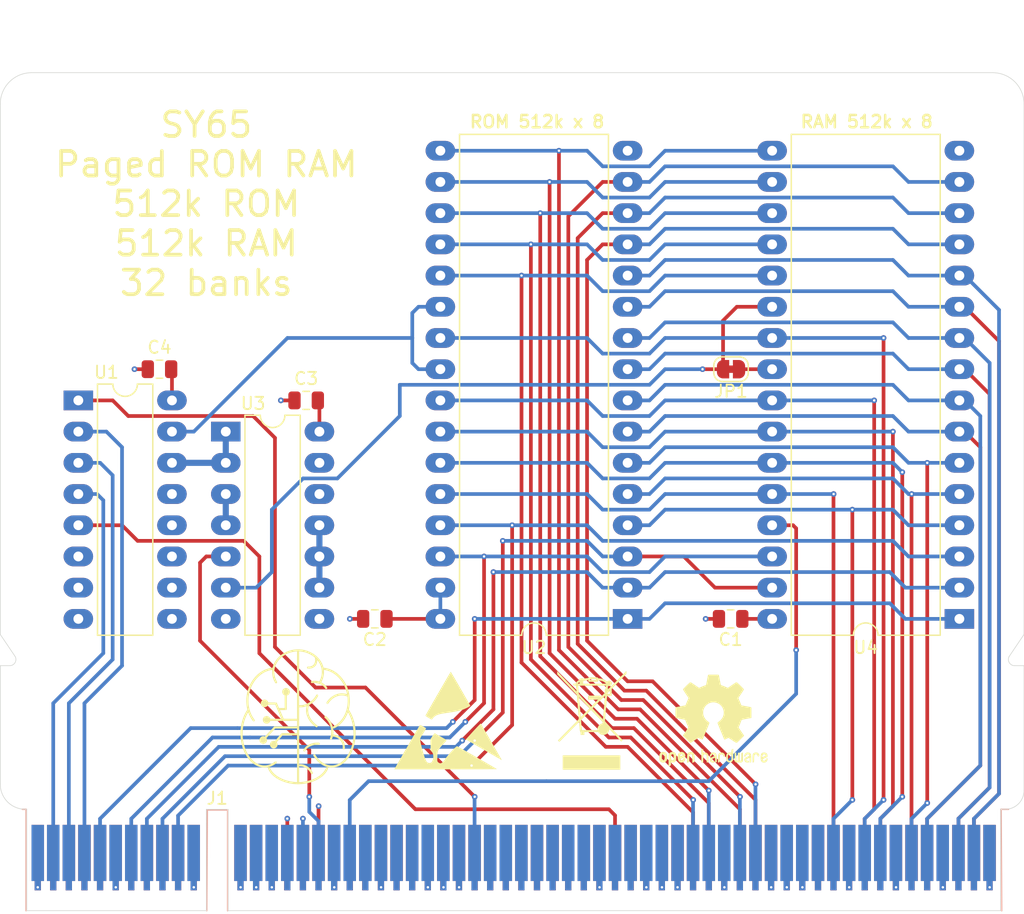
<source format=kicad_pcb>
(kicad_pcb (version 20240108) (generator "pcbnew") (generator_version "8.0")
  (layers (0 "F.Cu" signal) (1 "In1.Cu" power) (2 "In2.Cu" power) (31 "B.Cu" signal) (34 "B.Paste" user) (35 "F.Paste" user) (36 "B.SilkS" user "B.Silkscreen") (37 "F.SilkS" user "F.Silkscreen") (38 "B.Mask" user) (39 "F.Mask" user) (44 "Edge.Cuts" user))
  (net 0 "")
  (net 1 "+5V")
  (net 2 "GND")
  (net 3 "/RAM_3")
  (net 4 "/R{slash}~{W}")
  (net 5 "/ROM_2")
  (net 6 "/~{IRQ_4}")
  (net 7 "/D6")
  (net 8 "/A5")
  (net 9 "/ROM_5")
  (net 10 "/E")
  (net 11 "/~{IO}")
  (net 12 "/~{RDY}")
  (net 13 "/A6")
  (net 14 "/RAM_1")
  (net 15 "/D3")
  (net 16 "/RAM_4")
  (net 17 "/~{IRQ}")
  (net 18 "/~{L_RAM}")
  (net 19 "/A14")
  (net 20 "/SYNC_VPA")
  (net 21 "/M{slash}X")
  (net 22 "/CLK")
  (net 23 "/~{IRQ_0.4}")
  (net 24 "/~{IRQ_0.7}")
  (net 25 "/D4")
  (net 26 "+9V")
  (net 27 "/~{IRQ_0}")
  (net 28 "/D7")
  (net 29 "/A15")
  (net 30 "/A10")
  (net 31 "/A1")
  (net 32 "/~{NMI}")
  (net 33 "/RAM_2")
  (net 34 "/Ø2{slash}VDA")
  (net 35 "/ROM_6")
  (net 36 "/ROM_1")
  (net 37 "/~{IRQ_0.3}")
  (net 38 "/~{IRQ_1}")
  (net 39 "/ROM_0")
  (net 40 "/A7")
  (net 41 "/PAGE")
  (net 42 "/A9")
  (net 43 "/RAM_5")
  (net 44 "/~{IRQ_2}")
  (net 45 "/RAM_7")
  (net 46 "/~{IRQ_0.0}")
  (net 47 "/D1")
  (net 48 "/~{H_RAM}")
  (net 49 "/~{IRQ_0.1}")
  (net 50 "/D0")
  (net 51 "/A2")
  (net 52 "/RAM_0")
  (net 53 "/D2")
  (net 54 "/A12")
  (net 55 "/~{IRQ_0.5}")
  (net 56 "/~{RES}")
  (net 57 "/ROM_7")
  (net 58 "/~{BE}")
  (net 59 "/ROM_4")
  (net 60 "/~{IRQ_0.2}")
  (net 61 "/~{VP}")
  (net 62 "/A3")
  (net 63 "/~{ROM}")
  (net 64 "/D5")
  (net 65 "/~{IRQ_3}")
  (net 66 "/A13")
  (net 67 "/A4")
  (net 68 "/~{IRQ_0.6}")
  (net 69 "/RAM_6")
  (net 70 "/A11")
  (net 71 "/A0")
  (net 72 "/A8")
  (net 73 "/ROM_3")
  (net 74 "/~{ML}")
  (net 75 "Net-(JP1-A)")
  (net 76 "Net-(JP1-B)")
  (net 78 "/~{PAGE_RAM}")
  (net 83 "/~{PAGE_ROM}")
  (net 85 "/PAGE_RAM")
  (net 86 "Net-(U3-Pad10)")
  (footprint "Package_DIP:DIP-16_W7.62mm_LongPads" (layer "F.Cu") (at 125.222 72.39)
    (property "Reference" "U1")
    (property "Value" "74HC138")
  )
  (footprint "Capacitor_SMD:C_0805_2012Metric" (layer "F.Cu") (at 178.308 90.17 180)
    (property "Reference" "C1")
    (property "Value" "100n")
  )
  (footprint "Capacitor_SMD:C_0805_2012Metric" (layer "F.Cu") (at 131.826 69.85 180)
    (property "Reference" "C4")
    (property "Value" "100n")
  )
  (footprint "Jumper:SolderJumper-2_P1.3mm_Bridged_RoundedPad1.0x1.5mm" (layer "F.Cu") (at 178.3428 69.85 180)
    (property "Reference" "JP1")
    (property "Value" "OE_H")
  )
  (footprint "Symbol:WEEE-Logo_5.6x8mm_SilkScreen" (layer "F.Cu") (at 167.005 98.425)
    (property "Reference" "REF**" (hide yes))
    (property "Value" "WEEE-Logo_5.6x8mm_SilkScreen" (hide yes))
  )
  (footprint "Eigene:logo" (layer "F.Cu") (at 143.129 98.171)
    (property "Reference" "G***" (hide yes))
    (property "Value" "LOGO" (hide yes))
  )
  (footprint "Capacitor_SMD:C_0805_2012Metric" (layer "F.Cu") (at 149.352 90.17 180)
    (property "Reference" "C2")
    (property "Value" "100n")
  )
  (footprint "Symbol:ESD-Logo_8.9x8mm_SilkScreen" (layer "F.Cu") (at 155.321 98.425)
    (property "Reference" "REF**" (hide yes))
    (property "Value" "ESD-Logo_8.9x8mm_SilkScreen" (hide yes))
  )
  (footprint "Package_DIP:DIP-32_W15.24mm_LongPads" (layer "F.Cu") (at 169.926 90.17 180)
    (property "Reference" "U2")
    (property "Value" "SST39SF040")
  )
  (footprint "Capacitor_SMD:C_0805_2012Metric" (layer "F.Cu") (at 143.764 72.39 180)
    (property "Reference" "C3")
    (property "Value" "100n")
  )
  (footprint "Package_DIP:DIP-14_W7.62mm_LongPads" (layer "F.Cu") (at 137.222 74.93)
    (property "Reference" "U3")
    (property "Value" "74HC00")
  )
  (footprint "Symbol:OSHW-Logo2_9.8x8mm_SilkScreen" (layer "F.Cu") (at 176.911 98.425)
    (property "Reference" "REF**" (hide yes))
    (property "Value" "OSHW-Logo2_9.8x8mm_SilkScreen" (hide yes))
  )
  (footprint "Package_DIP:DIP-32_W15.24mm_LongPads" (layer "F.Cu") (at 196.926 90.17 180)
    (property "Reference" "U4")
    (property "Value" "AS6C4008-55PCN")
  )
  (footprint "Connector_PCBEdge:BUS_PCI" (layer "B.Cu") (at 160.65 110.55 180)
    (property "Reference" "J1")
    (property "Value" "Bus_PCI_6502")
  )
  (gr_arc (start 120.088369 93.244815) (mid 120.066132 93.739072) (end 119.634 93.98) (stroke (width 0.05)) (layer "Edge.Cuts"))
  (gr_arc (start 201.422 93.98) (mid 200.989868 93.739071) (end 200.967631 93.244815) (stroke (width 0.05)) (layer "Edge.Cuts"))
  (gr_line (start 202.184 91.44) (end 202.184 48.26) (stroke (width 0.05)) (layer "Edge.Cuts"))
  (gr_line (start 121.412 45.72) (end 199.644 45.72) (stroke (width 0.05)) (layer "Edge.Cuts"))
  (gr_arc (start 202.184 104.14) (mid 201.737631 105.217631) (end 200.66 105.664) (stroke (width 0.05)) (layer "Edge.Cuts"))
  (gr_arc (start 118.872 48.26) (mid 119.615949 46.463949) (end 121.412 45.72) (stroke (width 0.05)) (layer "Edge.Cuts"))
  (gr_line (start 202.184 93.98) (end 202.184 104.14) (stroke (width 0.05)) (layer "Edge.Cuts"))
  (gr_line (start 135.636 113.919) (end 135.636 105.664) (stroke (width 0.05)) (layer "Edge.Cuts"))
  (gr_line (start 135.636 105.664) (end 137.414 105.664) (stroke (width 0.05)) (layer "Edge.Cuts"))
  (gr_line (start 200.967631 93.244815) (end 202.184 91.44) (stroke (width 0.05)) (layer "Edge.Cuts"))
  (gr_line (start 119.634 93.98) (end 118.872 93.98) (stroke (width 0.05)) (layer "Edge.Cuts"))
  (gr_line (start 121.031 113.919) (end 135.636 113.919) (stroke (width 0.05)) (layer "Edge.Cuts"))
  (gr_arc (start 120.904 105.664) (mid 119.467159 105.068841) (end 118.872 103.632) (stroke (width 0.05)) (layer "Edge.Cuts"))
  (gr_line (start 137.414 113.919) (end 200.279 113.919) (stroke (width 0.05)) (layer "Edge.Cuts"))
  (gr_line (start 202.184 93.98) (end 201.422 93.98) (stroke (width 0.05)) (layer "Edge.Cuts"))
  (gr_line (start 120.904 105.664) (end 121.031 105.664) (stroke (width 0.05)) (layer "Edge.Cuts"))
  (gr_arc (start 199.644 45.72) (mid 201.440051 46.463949) (end 202.184 48.26) (stroke (width 0.05)) (layer "Edge.Cuts"))
  (gr_line (start 200.279 113.919) (end 200.279 105.664) (stroke (width 0.05)) (layer "Edge.Cuts"))
  (gr_line (start 137.414 105.664) (end 137.414 113.919) (stroke (width 0.05)) (layer "Edge.Cuts"))
  (gr_line (start 118.872 91.44) (end 120.088369 93.244815) (stroke (width 0.05)) (layer "Edge.Cuts"))
  (gr_line (start 200.279 105.664) (end 200.66 105.664) (stroke (width 0.05)) (layer "Edge.Cuts"))
  (gr_line (start 118.872 91.44) (end 118.872 48.26) (stroke (width 0.05)) (layer "Edge.Cuts"))
  (gr_line (start 121.031 105.664) (end 121.031 113.919) (stroke (width 0.05)) (layer "Edge.Cuts"))
  (gr_line (start 118.872 103.632) (end 118.872 93.98) (stroke (width 0.05)) (layer "Edge.Cuts"))
  (gr_text "ROM 512k x 8" (at 156.972 50.292 0) (layer "F.SilkS") (effects (font (size 1 1) (thickness 0.2) (bold yes)) (justify left bottom)))
  (gr_text "RAM 512k x 8" (at 183.896 50.292 0) (layer "F.SilkS") (effects (font (size 1 1) (thickness 0.2) (bold yes)) (justify left bottom)))
  (gr_text "SY65\nPaged ROM RAM\n512k ROM\n512k RAM\n32 banks" (at 135.636 64.008 0) (layer "F.SilkS") (effects (font (size 2 2) (thickness 0.3)) (justify bottom)))
  (segment (start 132.842 69.916) (end 132.776 69.85) (width 0.3) (layer "F.Cu") (net 1))
  (segment (start 144.842 72.518) (end 144.714 72.39) (width 0.3) (layer "F.Cu") (net 1))
  (segment (start 132.842 72.39) (end 132.842 69.916) (width 0.3) (layer "F.Cu") (net 1))
  (segment (start 179.258 90.17) (end 181.686 90.17) (width 0.3) (layer "F.Cu") (net 1))
  (segment (start 150.302 90.17) (end 154.686 90.17) (width 0.3) (layer "F.Cu") (net 1))
  (segment (start 144.842 74.93) (end 144.842 72.518) (width 0.3) (layer "F.Cu") (net 1))
  (via (at 172.72 112.014) (size 0.46) (drill 0.2) (layers "F.Cu" "B.Cu") (net 1))
  (via (at 182.88 112.014) (size 0.46) (drill 0.2) (layers "F.Cu" "B.Cu") (net 1))
  (via (at 154.94 112.014) (size 0.46) (drill 0.2) (layers "F.Cu" "B.Cu") (net 1))
  (via (at 140.97 112.014) (size 0.46) (drill 0.2) (layers "F.Cu" "B.Cu") (net 1))
  (segment (start 154.686 87.63) (end 154.686 90.17) (width 0.3) (layer "B.Cu") (net 1))
  (segment (start 148.402 90.17) (end 147.32 90.17) (width 0.3) (layer "F.Cu") (net 2))
  (segment (start 177.358 90.17) (end 176.276 90.17) (width 0.3) (layer "F.Cu") (net 2))
  (segment (start 142.23 106.426) (end 142.23 109.22) (width 0.3) (layer "F.Cu") (net 2))
  (segment (start 142.814 72.39) (end 141.705 72.39) (width 0.3) (layer "F.Cu") (net 2))
  (segment (start 144.77 105.42) (end 144.78 105.41) (width 0.3) (layer "F.Cu") (net 2))
  (segment (start 130.876 69.85) (end 129.794 69.85) (width 0.3) (layer "F.Cu") (net 2))
  (segment (start 144.77 109.22) (end 144.77 105.42) (width 0.3) (layer "F.Cu") (net 2))
  (via (at 139.7 112.014) (size 0.46) (drill 0.2) (layers "F.Cu" "B.Cu") (net 2))
  (via (at 171.45 112.014) (size 0.46) (drill 0.2) (layers "F.Cu" "B.Cu") (net 2))
  (via (at 181.61 112.014) (size 0.46) (drill 0.2) (layers "F.Cu" "B.Cu") (net 2))
  (via (at 147.32 90.17) (size 0.46) (drill 0.2) (layers "F.Cu" "B.Cu") (net 2))
  (via (at 128.27 112.014) (size 0.46) (drill 0.2) (layers "F.Cu" "B.Cu") (net 2))
  (via (at 149.86 112.014) (size 0.46) (drill 0.2) (layers "F.Cu" "B.Cu") (net 2))
  (via (at 191.77 112.014) (size 0.46) (drill 0.2) (layers "F.Cu" "B.Cu") (net 2))
  (via (at 187.96 112.014) (size 0.46) (drill 0.2) (layers "F.Cu" "B.Cu") (net 2))
  (via (at 121.92 112.014) (size 0.46) (drill 0.2) (layers "F.Cu" "B.Cu") (net 2))
  (via (at 184.15 112.014) (size 0.46) (drill 0.2) (layers "F.Cu" "B.Cu") (net 2))
  (via (at 156.21 112.014) (size 0.46) (drill 0.2) (layers "F.Cu" "B.Cu") (net 2))
  (via (at 195.58 112.014) (size 0.46) (drill 0.2) (layers "F.Cu" "B.Cu") (net 2))
  (via (at 141.705 72.39) (size 0.46) (drill 0.2) (layers "F.Cu" "B.Cu") (net 2))
  (via (at 153.67 112.014) (size 0.46) (drill 0.2) (layers "F.Cu" "B.Cu") (net 2))
  (via (at 146.05 112.014) (size 0.46) (drill 0.2) (layers "F.Cu" "B.Cu") (net 2))
  (via (at 177.8 112.014) (size 0.46) (drill 0.2) (layers "F.Cu" "B.Cu") (net 2))
  (via (at 144.78 105.41) (size 0.46) (drill 0.2) (layers "F.Cu" "B.Cu") (net 2))
  (via (at 134.62 112.014) (size 0.46) (drill 0.2) (layers "F.Cu" "B.Cu") (net 2))
  (via (at 173.99 112.014) (size 0.46) (drill 0.2) (layers "F.Cu" "B.Cu") (net 2))
  (via (at 167.64 112.014) (size 0.46) (drill 0.2) (layers "F.Cu" "B.Cu") (net 2))
  (via (at 176.276 90.17) (size 0.46) (drill 0.2) (layers "F.Cu" "B.Cu") (net 2))
  (via (at 199.39 112.014) (size 0.46) (drill 0.2) (layers "F.Cu" "B.Cu") (net 2))
  (via (at 129.794 69.85) (size 0.46) (drill 0.2) (layers "F.Cu" "B.Cu") (net 2))
  (via (at 143.5 106.426) (size 0.46) (drill 0.2) (layers "F.Cu" "B.Cu") (net 2))
  (via (at 142.23 106.426) (size 0.46) (drill 0.2) (layers "F.Cu" "B.Cu") (net 2))
  (segment (start 143.5 106.426) (end 143.5 109.22) (width 0.3) (layer "B.Cu") (net 2))
  (segment (start 183.642 92.71) (end 183.642 82.804) (width 0.3) (layer "F.Cu") (net 4))
  (segment (start 183.642 82.804) (end 183.388 82.55) (width 0.3) (layer "F.Cu") (net 4))
  (segment (start 183.388 82.55) (end 181.686 82.55) (width 0.3) (layer "F.Cu") (net 4))
  (via (at 183.642 92.71) (size 0.46) (drill 0.2) (layers "F.Cu" "B.Cu") (net 4))
  (segment (start 163.322 103.378) (end 176.53 103.378) (width 0.3) (layer "B.Cu") (net 4))
  (segment (start 148.336 103.886) (end 148.844 103.378) (width 0.3) (layer "B.Cu") (net 4))
  (segment (start 176.53 103.378) (end 181.356 98.552) (width 0.3) (layer "B.Cu") (net 4))
  (segment (start 147.31 104.912) (end 148.336 103.886) (width 0.3) (layer "B.Cu") (net 4))
  (segment (start 181.356 98.552) (end 183.642 96.266) (width 0.3) (layer "B.Cu") (net 4))
  (segment (start 148.844 103.378) (end 163.322 103.378) (width 0.3) (layer "B.Cu") (net 4))
  (segment (start 147.31 109.22) (end 147.31 104.912) (width 0.3) (layer "B.Cu") (net 4))
  (segment (start 183.642 96.266) (end 183.642 92.71) (width 0.3) (layer "B.Cu") (net 4))
  (segment (start 159.004 97.536) (end 156.464 100.076) (width 0.3) (layer "F.Cu") (net 5))
  (segment (start 159.004 86.36) (end 159.004 97.536) (width 0.3) (layer "F.Cu") (net 5))
  (via (at 156.464 100.076) (size 0.46) (drill 0.2) (layers "F.Cu" "B.Cu") (net 5))
  (via (at 159.004 86.36) (size 0.46) (drill 0.2) (layers "F.Cu" "B.Cu") (net 5))
  (segment (start 169.926 87.63) (end 171.704 87.63) (width 0.3) (layer "B.Cu") (net 5))
  (segment (start 159.004 86.36) (end 166.624 86.36) (width 0.3) (layer "B.Cu") (net 5))
  (segment (start 167.894 87.63) (end 169.926 87.63) (width 0.3) (layer "B.Cu") (net 5))
  (segment (start 192.532 87.63) (end 196.926 87.63) (width 0.3) (layer "B.Cu") (net 5))
  (segment (start 155.956 100.584) (end 156.464 100.076) (width 0.3) (layer "B.Cu") (net 5))
  (segment (start 130.8 106.436) (end 135.382 101.854) (width 0.3) (layer "B.Cu") (net 5))
  (segment (start 135.382 101.854) (end 136.652 100.584) (width 0.3) (layer "B.Cu") (net 5))
  (segment (start 130.8 109.22) (end 130.8 106.436) (width 0.3) (layer "B.Cu") (net 5))
  (segment (start 166.624 86.36) (end 167.894 87.63) (width 0.3) (layer "B.Cu") (net 5))
  (segment (start 172.974 86.36) (end 191.262 86.36) (width 0.3) (layer "B.Cu") (net 5))
  (segment (start 138.684 100.584) (end 155.956 100.584) (width 0.3) (layer "B.Cu") (net 5))
  (segment (start 136.652 100.584) (end 138.684 100.584) (width 0.3) (layer "B.Cu") (net 5))
  (segment (start 191.262 86.36) (end 192.532 87.63) (width 0.3) (layer "B.Cu") (net 5))
  (segment (start 171.704 87.63) (end 172.974 86.36) (width 0.3) (layer "B.Cu") (net 5))
  (segment (start 170.18 99.822) (end 175.26 104.902) (width 0.3) (layer "F.Cu") (net 7))
  (segment (start 162.052 59.69) (end 162.052 93.472) (width 0.3) (layer "F.Cu") (net 7))
  (segment (start 162.052 93.472) (end 168.402 99.822) (width 0.3) (layer "F.Cu") (net 7))
  (segment (start 168.402 99.822) (end 170.18 99.822) (width 0.3) (layer "F.Cu") (net 7))
  (via (at 175.26 104.902) (size 0.46) (drill 0.2) (layers "F.Cu" "B.Cu") (net 7))
  (via (at 162.052 59.69) (size 0.46) (drill 0.2) (layers "F.Cu" "B.Cu") (net 7))
  (segment (start 162.052 59.69) (end 166.624 59.69) (width 0.3) (layer "B.Cu") (net 7))
  (segment (start 154.686 59.69) (end 162.052 59.69) (width 0.3) (layer "B.Cu") (net 7))
  (segment (start 171.704 60.96) (end 172.974 59.69) (width 0.3) (layer "B.Cu") (net 7))
  (segment (start 172.974 59.69) (end 181.686 59.69) (width 0.3) (layer "B.Cu") (net 7))
  (segment (start 175.25 104.912) (end 175.26 104.902) (width 0.3) (layer "B.Cu") (net 7))
  (segment (start 175.25 109.22) (end 175.25 104.912) (width 0.3) (layer "B.Cu") (net 7))
  (segment (start 166.624 59.69) (end 167.894 60.96) (width 0.3) (layer "B.Cu") (net 7))
  (segment (start 167.894 60.96) (end 171.704 60.96) (width 0.3) (layer "B.Cu") (net 7))
  (segment (start 194.3 106.436) (end 198.628 102.108) (width 0.3) (layer "F.Cu") (net 8))
  (segment (start 197.358 74.93) (end 196.926 74.93) (width 0.3) (layer "F.Cu") (net 8))
  (segment (start 198.628 102.108) (end 198.628 76.2) (width 0.3) (layer "F.Cu") (net 8))
  (segment (start 198.628 76.2) (end 197.358 74.93) (width 0.3) (layer "F.Cu") (net 8))
  (segment (start 194.3 109.22) (end 194.3 106.436) (width 0.3) (layer "F.Cu") (net 8))
  (segment (start 192.786 74.93) (end 196.926 74.93) (width 0.3) (layer "B.Cu") (net 8))
  (segment (start 191.516 73.66) (end 192.786 74.93) (width 0.3) (layer "B.Cu") (net 8))
  (segment (start 172.974 73.66) (end 191.516 73.66) (width 0.3) (layer "B.Cu") (net 8))
  (segment (start 169.926 74.93) (end 171.704 74.93) (width 0.3) (layer "B.Cu") (net 8))
  (segment (start 171.704 74.93) (end 172.974 73.66) (width 0.3) (layer "B.Cu") (net 8))
  (segment (start 125.72 97.038) (end 128.778 93.98) (width 0.3) (layer "B.Cu") (net 9))
  (segment (start 128.778 76.2) (end 127.508 74.93) (width 0.3) (layer "B.Cu") (net 9))
  (segment (start 127.508 74.93) (end 125.222 74.93) (width 0.3) (layer "B.Cu") (net 9))
  (segment (start 128.778 93.98) (end 128.778 76.2) (width 0.3) (layer "B.Cu") (net 9))
  (segment (start 125.72 109.22) (end 125.72 97.038) (width 0.3) (layer "B.Cu") (net 9))
  (segment (start 194.31 105.156) (end 194.31 77.47) (width 0.3) (layer "F.Cu") (net 13))
  (via (at 194.31 105.156) (size 0.46) (drill 0.2) (layers "F.Cu" "B.Cu") (net 13))
  (via (at 194.31 77.47) (size 0.46) (drill 0.2) (layers "F.Cu" "B.Cu") (net 13))
  (segment (start 193.03 106.436) (end 194.31 105.156) (width 0.3) (layer "B.Cu") (net 13))
  (segment (start 171.704 77.47) (end 172.974 76.2) (width 0.3) (layer "B.Cu") (net 13))
  (segment (start 172.974 76.2) (end 191.516 76.2) (width 0.3) (layer "B.Cu") (net 13))
  (segment (start 194.31 77.47) (end 196.926 77.47) (width 0.3) (layer "B.Cu") (net 13))
  (segment (start 191.516 76.2) (end 192.786 77.47) (width 0.3) (layer "B.Cu") (net 13))
  (segment (start 192.786 77.47) (end 194.31 77.47) (width 0.3) (layer "B.Cu") (net 13))
  (segment (start 193.03 109.22) (end 193.03 106.436) (width 0.3) (layer "B.Cu") (net 13))
  (segment (start 169.926 77.47) (end 171.704 77.47) (width 0.3) (layer "B.Cu") (net 13))
  (segment (start 170.942 97.536) (end 179.06 105.654) (width 0.3) (layer "F.Cu") (net 15))
  (segment (start 164.338 52.07) (end 164.338 92.71) (width 0.3) (layer "F.Cu") (net 15))
  (segment (start 169.164 97.536) (end 170.942 97.536) (width 0.3) (layer "F.Cu") (net 15))
  (segment (start 164.338 92.71) (end 169.164 97.536) (width 0.3) (layer "F.Cu") (net 15))
  (segment (start 179.06 105.654) (end 179.06 109.22) (width 0.3) (layer "F.Cu") (net 15))
  (via (at 164.338 52.07) (size 0.46) (drill 0.2) (layers "F.Cu" "B.Cu") (net 15))
  (segment (start 171.704 53.34) (end 172.974 52.07) (width 0.3) (layer "B.Cu") (net 15))
  (segment (start 172.974 52.07) (end 181.686 52.07) (width 0.3) (layer "B.Cu") (net 15))
  (segment (start 166.624 52.07) (end 167.894 53.34) (width 0.3) (layer "B.Cu") (net 15))
  (segment (start 167.894 53.34) (end 171.704 53.34) (width 0.3) (layer "B.Cu") (net 15))
  (segment (start 164.338 52.07) (end 166.624 52.07) (width 0.3) (layer "B.Cu") (net 15))
  (segment (start 154.686 52.07) (end 164.338 52.07) (width 0.3) (layer "B.Cu") (net 15))
  (segment (start 135.636 85.09) (end 137.222 85.09) (width 0.3) (layer "F.Cu") (net 22))
  (segment (start 135.128 91.948) (end 135.128 85.598) (width 0.3) (layer "F.Cu") (net 22))
  (segment (start 135.128 85.598) (end 135.636 85.09) (width 0.3) (layer "F.Cu") (net 22))
  (segment (start 144.018 104.648) (end 144.018 100.838) (width 0.3) (layer "F.Cu") (net 22))
  (segment (start 144.018 100.838) (end 135.128 91.948) (width 0.3) (layer "F.Cu") (net 22))
  (via (at 144.018 104.648) (size 0.46) (drill 0.2) (layers "F.Cu" "B.Cu") (net 22))
  (segment (start 144.77 106.627122) (end 144.018 105.875122) (width 0.3) (layer "B.Cu") (net 22))
  (segment (start 144.77 109.22) (end 144.77 106.627122) (width 0.3) (layer "B.Cu") (net 22))
  (segment (start 144.018 105.875122) (end 144.018 104.648) (width 0.3) (layer "B.Cu") (net 22))
  (segment (start 163.576 54.61) (end 163.576 92.964) (width 0.3) (layer "F.Cu") (net 25))
  (segment (start 168.91 98.298) (end 170.688 98.298) (width 0.3) (layer "F.Cu") (net 25))
  (segment (start 170.688 98.298) (end 176.53 104.14) (width 0.3) (layer "F.Cu") (net 25))
  (segment (start 163.576 92.964) (end 168.91 98.298) (width 0.3) (layer "F.Cu") (net 25))
  (via (at 176.53 104.14) (size 0.46) (drill 0.2) (layers "F.Cu" "B.Cu") (net 25))
  (via (at 163.576 54.61) (size 0.46) (drill 0.2) (layers "F.Cu" "B.Cu") (net 25))
  (segment (start 163.576 54.61) (end 166.624 54.61) (width 0.3) (layer "B.Cu") (net 25))
  (segment (start 176.53 109.22) (end 176.53 104.14) (width 0.3) (layer "B.Cu") (net 25))
  (segment (start 172.974 54.61) (end 181.686 54.61) (width 0.3) (layer "B.Cu") (net 25))
  (segment (start 167.894 55.88) (end 171.704 55.88) (width 0.3) (layer "B.Cu") (net 25))
  (segment (start 154.686 54.61) (end 163.576 54.61) (width 0.3) (layer "B.Cu") (net 25))
  (segment (start 171.704 55.88) (end 172.974 54.61) (width 0.3) (layer "B.Cu") (net 25))
  (segment (start 166.624 54.61) (end 167.894 55.88) (width 0.3) (layer "B.Cu") (net 25))
  (via (at 138.43 112.014) (size 0.46) (drill 0.2) (layers "F.Cu" "B.Cu") (net 26))
  (segment (start 169.926 100.584) (end 175.25 105.908) (width 0.3) (layer "F.Cu") (net 28))
  (segment (start 161.29 62.23) (end 161.29 93.726) (width 0.3) (layer "F.Cu") (net 28))
  (segment (start 175.25 105.908) (end 175.25 109.22) (width 0.3) (layer "F.Cu") (net 28))
  (segment (start 161.29 93.726) (end 168.148 100.584) (width 0.3) (layer "F.Cu") (net 28))
  (segment (start 168.148 100.584) (end 169.926 100.584) (width 0.3) (layer "F.Cu") (net 28))
  (via (at 161.29 62.23) (size 0.46) (drill 0.2) (layers "F.Cu" "B.Cu") (net 28))
  (segment (start 167.894 63.5) (end 171.704 63.5) (width 0.3) (layer "B.Cu") (net 28))
  (segment (start 171.704 63.5) (end 172.974 62.23) (width 0.3) (layer "B.Cu") (net 28))
  (segment (start 154.686 62.23) (end 161.29 62.23) (width 0.3) (layer "B.Cu") (net 28))
  (segment (start 161.29 62.23) (end 166.624 62.23) (width 0.3) (layer "B.Cu") (net 28))
  (segment (start 166.624 62.23) (end 167.894 63.5) (width 0.3) (layer "B.Cu") (net 28))
  (segment (start 172.974 62.23) (end 181.686 62.23) (width 0.3) (layer "B.Cu") (net 28))
  (segment (start 190.754 104.902) (end 190.754 67.31) (width 0.3) (layer "F.Cu") (net 30))
  (via (at 190.754 104.902) (size 0.46) (drill 0.2) (layers "F.Cu" "B.Cu") (net 30))
  (via (at 190.754 67.31) (size 0.46) (drill 0.2) (layers "F.Cu" "B.Cu") (net 30))
  (segment (start 154.686 67.31) (end 166.624 67.31) (width 0.3) (layer "B.Cu") (net 30))
  (segment (start 167.894 68.58) (end 171.704 68.58) (width 0.3) (layer "B.Cu") (net 30))
  (segment (start 166.624 67.31) (end 167.894 68.58) (width 0.3) (layer "B.Cu") (net 30))
  (segment (start 171.704 68.58) (end 172.974 67.31) (width 0.3) (layer "B.Cu") (net 30))
  (segment (start 172.974 67.31) (end 181.686 67.31) (width 0.3) (layer "B.Cu") (net 30))
  (segment (start 190.754 67.31) (end 181.686 67.31) (width 0.3) (layer "B.Cu") (net 30))
  (segment (start 189.22 109.22) (end 189.22 106.436) (width 0.3) (layer "B.Cu") (net 30))
  (segment (start 189.22 106.436) (end 190.754 104.902) (width 0.3) (layer "B.Cu") (net 30))
  (segment (start 200.152 104.394) (end 200.152 67.564) (width 0.3) (layer "F.Cu") (net 31))
  (segment (start 200.152 67.564) (end 197.358 64.77) (width 0.3) (layer "F.Cu") (net 31))
  (segment (start 198.11 109.22) (end 198.11 106.436) (width 0.3) (layer "F.Cu") (net 31))
  (segment (start 198.11 106.436) (end 200.152 104.394) (width 0.3) (layer "F.Cu") (net 31))
  (segment (start 197.358 64.77) (end 196.926 64.77) (width 0.3) (layer "F.Cu") (net 31))
  (segment (start 169.926 64.77) (end 171.704 64.77) (width 0.3) (layer "B.Cu") (net 31))
  (segment (start 171.704 64.77) (end 172.974 63.5) (width 0.3) (layer "B.Cu") (net 31))
  (segment (start 172.974 63.5) (end 191.516 63.5) (width 0.3) (layer "B.Cu") (net 31))
  (segment (start 191.516 63.5) (end 192.786 64.77) (width 0.3) (layer "B.Cu") (net 31))
  (segment (start 192.786 64.77) (end 196.926 64.77) (width 0.3) (layer "B.Cu") (net 31))
  (segment (start 124.45 109.22) (end 124.45 97.038) (width 0.3) (layer "B.Cu") (net 35))
  (segment (start 127 77.47) (end 125.222 77.47) (width 0.3) (layer "B.Cu") (net 35))
  (segment (start 128.016 93.472) (end 128.016 78.486) (width 0.3) (layer "B.Cu") (net 35))
  (segment (start 124.45 97.038) (end 128.016 93.472) (width 0.3) (layer "B.Cu") (net 35))
  (segment (start 128.016 78.486) (end 127 77.47) (width 0.3) (layer "B.Cu") (net 35))
  (segment (start 174.498 85.09) (end 177.038 87.63) (width 0.3) (layer "F.Cu") (net 36))
  (segment (start 157.48 100.076) (end 159.766 97.79) (width 0.3) (layer "F.Cu") (net 36))
  (segment (start 159.766 97.79) (end 159.766 83.82) (width 0.3) (layer "F.Cu") (net 36))
  (segment (start 177.038 87.63) (end 181.686 87.63) (width 0.3) (layer "F.Cu") (net 36))
  (segment (start 169.926 85.09) (end 174.498 85.09) (width 0.3) (layer "F.Cu") (net 36))
  (via (at 159.766 83.82) (size 0.46) (drill 0.2) (layers "F.Cu" "B.Cu") (net 36))
  (via (at 157.48 100.076) (size 0.46) (drill 0.2) (layers "F.Cu" "B.Cu") (net 36))
  (segment (start 132.07 109.22) (end 132.07 106.436) (width 0.3) (layer "B.Cu") (net 36))
  (segment (start 156.21 101.346) (end 157.48 100.076) (width 0.3) (layer "B.Cu") (net 36))
  (segment (start 166.624 83.82) (end 167.894 85.09) (width 0.3) (layer "B.Cu") (net 36))
  (segment (start 167.894 85.09) (end 169.926 85.09) (width 0.3) (layer "B.Cu") (net 36))
  (segment (start 137.16 101.346) (end 156.21 101.346) (width 0.3) (layer "B.Cu") (net 36))
  (segment (start 159.766 83.82) (end 166.624 83.82) (width 0.3) (layer "B.Cu") (net 36))
  (segment (start 132.07 106.436) (end 137.16 101.346) (width 0.3) (layer "B.Cu") (net 36))
  (segment (start 160.528 98.806) (end 157.226 102.108) (width 0.3) (layer "F.Cu") (net 39))
  (segment (start 160.528 82.55) (end 160.528 98.806) (width 0.3) (layer "F.Cu") (net 39))
  (via (at 160.528 82.55) (size 0.46) (drill 0.2) (layers "F.Cu" "B.Cu") (net 39))
  (via (at 157.226 102.108) (size 0.46) (drill 0.2) (layers "F.Cu" "B.Cu") (net 39))
  (segment (start 133.34 109.22) (end 133.34 106.182) (width 0.3) (layer "B.Cu") (net 39))
  (segment (start 133.34 106.182) (end 137.414 102.108) (width 0.3) (layer "B.Cu") (net 39))
  (segment (start 166.624 82.55) (end 167.894 83.82) (width 0.3) (layer "B.Cu") (net 39))
  (segment (start 137.414 102.108) (end 157.226 102.108) (width 0.3) (layer "B.Cu") (net 39))
  (segment (start 191.516 83.82) (end 192.786 85.09) (width 0.3) (layer "B.Cu") (net 39))
  (segment (start 160.528 82.55) (end 166.624 82.55) (width 0.3) (layer "B.Cu") (net 39))
  (segment (start 167.894 83.82) (end 191.516 83.82) (width 0.3) (layer "B.Cu") (net 39))
  (segment (start 192.786 85.09) (end 196.926 85.09) (width 0.3) (layer "B.Cu") (net 39))
  (segment (start 154.686 82.55) (end 160.528 82.55) (width 0.3) (layer "B.Cu") (net 39))
  (segment (start 193.03 80.02) (end 193.04 80.01) (width 0.3) (layer "F.Cu") (net 40))
  (segment (start 193.03 109.22) (end 193.03 80.02) (width 0.3) (layer "F.Cu") (net 40))
  (via (at 193.04 80.01) (size 0.46) (drill 0.2) (layers "F.Cu" "B.Cu") (net 40))
  (segment (start 172.974 78.74) (end 191.516 78.74) (width 0.3) (layer "B.Cu") (net 40))
  (segment (start 191.516 78.74) (end 192.786 80.01) (width 0.3) (layer "B.Cu") (net 40))
  (segment (start 192.786 80.01) (end 193.04 80.01) (width 0.3) (layer "B.Cu") (net 40))
  (segment (start 193.04 80.01) (end 196.926 80.01) (width 0.3) (layer "B.Cu") (net 40))
  (segment (start 169.926 80.01) (end 171.704 80.01) (width 0.3) (layer "B.Cu") (net 40))
  (segment (start 171.704 80.01) (end 172.974 78.74) (width 0.3) (layer "B.Cu") (net 40))
  (segment (start 129.286 73.66) (end 128.016 72.39) (width 0.3) (layer "F.Cu") (net 41))
  (segment (start 141.224 75.438) (end 139.446 73.66) (width 0.3) (layer "F.Cu") (net 41))
  (segment (start 148.59 95.758) (end 144.526 95.758) (width 0.3) (layer "F.Cu") (net 41))
  (segment (start 128.016 72.39) (end 125.222 72.39) (width 0.3) (layer "F.Cu") (net 41))
  (segment (start 139.446 73.66) (end 129.286 73.66) (width 0.3) (layer "F.Cu") (net 41))
  (segment (start 141.224 92.456) (end 141.224 75.438) (width 0.3) (layer "F.Cu") (net 41))
  (segment (start 144.526 95.758) (end 141.224 92.456) (width 0.3) (layer "F.Cu") (net 41))
  (segment (start 157.48 104.648) (end 148.59 95.758) (width 0.3) (layer "F.Cu") (net 41))
  (via (at 157.48 104.648) (size 0.46) (drill 0.2) (layers "F.Cu" "B.Cu") (net 41))
  (segment (start 157.47 109.22) (end 157.47 104.658) (width 0.3) (layer "B.Cu") (net 41))
  (segment (start 157.47 104.658) (end 157.48 104.648) (width 0.3) (layer "B.Cu") (net 41))
  (segment (start 191.516 105.41) (end 191.516 74.93) (width 0.3) (layer "F.Cu") (net 42))
  (segment (start 190.49 109.22) (end 190.49 106.436) (width 0.3) (layer "F.Cu") (net 42))
  (segment (start 190.49 106.436) (end 191.516 105.41) (width 0.3) (layer "F.Cu") (net 42))
  (via (at 191.516 74.93) (size 0.46) (drill 0.2) (layers "F.Cu" "B.Cu") (net 42))
  (segment (start 171.704 76.2) (end 172.974 74.93) (width 0.3) (layer "B.Cu") (net 42))
  (segment (start 172.974 74.93) (end 181.686 74.93) (width 0.3) (layer "B.Cu") (net 42))
  (segment (start 166.624 74.93) (end 167.894 76.2) (width 0.3) (layer "B.Cu") (net 42))
  (segment (start 154.686 74.93) (end 166.624 74.93) (width 0.3) (layer "B.Cu") (net 42))
  (segment (start 191.516 74.93) (end 181.686 74.93) (width 0.3) (layer "B.Cu") (net 42))
  (segment (start 167.894 76.2) (end 171.704 76.2) (width 0.3) (layer "B.Cu") (net 42))
  (segment (start 165.862 92.202) (end 165.862 59.182) (width 0.3) (layer "F.Cu") (net 47))
  (segment (start 165.862 59.182) (end 167.894 57.15) (width 0.3) (layer "F.Cu") (net 47))
  (segment (start 169.672 96.012) (end 165.862 92.202) (width 0.3) (layer "F.Cu") (net 47))
  (segment (start 171.45 96.012) (end 169.672 96.012) (width 0.3) (layer "F.Cu") (net 47))
  (segment (start 167.894 57.15) (end 169.926 57.15) (width 0.3) (layer "F.Cu") (net 47))
  (segment (start 180.33 104.892) (end 171.45 96.012) (width 0.3) (layer "F.Cu") (net 47))
  (segment (start 180.33 109.22) (end 180.33 104.892) (width 0.3) (layer "F.Cu") (net 47))
  (segment (start 169.926 57.15) (end 171.704 57.15) (width 0.3) (layer "B.Cu") (net 47))
  (segment (start 191.516 55.88) (end 192.786 57.15) (width 0.3) (layer "B.Cu") (net 47))
  (segment (start 172.974 55.88) (end 191.516 55.88) (width 0.3) (layer "B.Cu") (net 47))
  (segment (start 192.786 57.15) (end 196.926 57.15) (width 0.3) (layer "B.Cu") (net 47))
  (segment (start 171.704 57.15) (end 172.974 55.88) (width 0.3) (layer "B.Cu") (net 47))
  (segment (start 171.958 95.25) (end 169.926 95.25) (width 0.3) (layer "F.Cu") (net 50))
  (segment (start 167.894 59.69) (end 169.926 59.69) (width 0.3) (layer "F.Cu") (net 50))
  (segment (start 166.624 91.948) (end 166.624 60.96) (width 0.3) (layer "F.Cu") (net 50))
  (segment (start 166.624 60.96) (end 167.894 59.69) (width 0.3) (layer "F.Cu") (net 50))
  (segment (start 180.34 103.632) (end 171.958 95.25) (width 0.3) (layer "F.Cu") (net 50))
  (segment (start 169.926 95.25) (end 166.624 91.948) (width 0.3) (layer "F.Cu") (net 50))
  (via (at 180.34 103.632) (size 0.46) (drill 0.2) (layers "F.Cu" "B.Cu") (net 50))
  (segment (start 191.516 58.42) (end 192.786 59.69) (width 0.3) (layer "B.Cu") (net 50))
  (segment (start 172.974 58.42) (end 191.516 58.42) (width 0.3) (layer "B.Cu") (net 50))
  (segment (start 180.33 103.642) (end 180.34 103.632) (width 0.3) (layer "B.Cu") (net 50))
  (segment (start 171.704 59.69) (end 172.974 58.42) (width 0.3) (layer "B.Cu") (net 50))
  (segment (start 192.786 59.69) (end 196.926 59.69) (width 0.3) (layer "B.Cu") (net 50))
  (segment (start 169.926 59.69) (end 171.704 59.69) (width 0.3) (layer "B.Cu") (net 50))
  (segment (start 180.33 109.22) (end 180.33 103.642) (width 0.3) (layer "B.Cu") (net 50))
  (segment (start 199.39 103.886) (end 199.39 69.342) (width 0.3) (layer "B.Cu") (net 51))
  (segment (start 196.85 106.426) (end 199.39 103.886) (width 0.3) (layer "B.Cu") (net 51))
  (segment (start 199.39 69.342) (end 197.358 67.31) (width 0.3) (layer "B.Cu") (net 51))
  (segment (start 191.516 66.04) (end 192.786 67.31) (width 0.3) (layer "B.Cu") (net 51))
  (segment (start 197.358 67.31) (end 196.926 67.31) (width 0.3) (layer "B.Cu") (net 51))
  (segment (start 196.85 109.22) (end 196.85 106.426) (width 0.3) (layer "B.Cu") (net 51))
  (segment (start 171.704 67.31) (end 172.974 66.04) (width 0.3) (layer "B.Cu") (net 51))
  (segment (start 169.926 67.31) (end 171.704 67.31) (width 0.3) (layer "B.Cu") (net 51))
  (segment (start 192.786 67.31) (end 196.926 67.31) (width 0.3) (layer "B.Cu") (net 51))
  (segment (start 172.974 66.04) (end 191.516 66.04) (width 0.3) (layer "B.Cu") (net 51))
  (segment (start 169.418 96.774) (end 165.1 92.456) (width 0.3) (layer "F.Cu") (net 53))
  (segment (start 179.07 104.648) (end 171.196 96.774) (width 0.3) (layer "F.Cu") (net 53))
  (segment (start 167.894 54.61) (end 169.926 54.61) (width 0.3) (layer "F.Cu") (net 53))
  (segment (start 165.1 57.404) (end 167.894 54.61) (width 0.3) (layer "F.Cu") (net 53))
  (segment (start 165.1 92.456) (end 165.1 57.404) (width 0.3) (layer "F.Cu") (net 53))
  (segment (start 171.196 96.774) (end 169.418 96.774) (width 0.3) (layer "F.Cu") (net 53))
  (via (at 179.07 104.648) (size 0.46) (drill 0.2) (layers "F.Cu" "B.Cu") (net 53))
  (segment (start 171.704 54.61) (end 172.974 53.34) (width 0.3) (layer "B.Cu") (net 53))
  (segment (start 192.786 54.61) (end 196.926 54.61) (width 0.3) (layer "B.Cu") (net 53))
  (segment (start 169.926 54.61) (end 171.704 54.61) (width 0.3) (layer "B.Cu") (net 53))
  (segment (start 172.974 53.34) (end 191.516 53.34) (width 0.3) (layer "B.Cu") (net 53))
  (segment (start 179.06 109.22) (end 179.06 104.658) (width 0.3) (layer "B.Cu") (net 53))
  (segment (start 179.06 104.658) (end 179.07 104.648) (width 0.3) (layer "B.Cu") (net 53))
  (segment (start 191.516 53.34) (end 192.786 54.61) (width 0.3) (layer "B.Cu") (net 53))
  (segment (start 188.214 104.902) (end 188.214 81.28) (width 0.3) (layer "F.Cu") (net 54))
  (via (at 188.214 81.28) (size 0.46) (drill 0.2) (layers "F.Cu" "B.Cu") (net 54))
  (via (at 188.214 104.902) (size 0.46) (drill 0.2) (layers "F.Cu" "B.Cu") (net 54))
  (segment (start 188.214 81.28) (end 191.516 81.28) (width 0.3) (layer "B.Cu") (net 54))
  (segment (start 192.786 82.55) (end 196.926 82.55) (width 0.3) (layer "B.Cu") (net 54))
  (segment (start 171.704 82.55) (end 172.974 81.28) (width 0.3) (layer "B.Cu") (net 54))
  (segment (start 186.68 109.22) (end 186.68 106.436) (width 0.3) (layer "B.Cu") (net 54))
  (segment (start 169.926 82.55) (end 171.704 82.55) (width 0.3) (layer "B.Cu") (net 54))
  (segment (start 191.516 81.28) (end 192.786 82.55) (width 0.3) (layer "B.Cu") (net 54))
  (segment (start 172.974 81.28) (end 188.214 81.28) (width 0.3) (layer "B.Cu") (net 54))
  (segment (start 186.68 106.436) (end 188.214 104.902) (width 0.3) (layer "B.Cu") (net 54))
  (segment (start 123.18 109.22) (end 123.18 97.038) (width 0.3) (layer "B.Cu") (net 57))
  (segment (start 126.746 80.01) (end 125.222 80.01) (width 0.3) (layer "B.Cu") (net 57))
  (segment (start 127.254 80.518) (end 126.746 80.01) (width 0.3) (layer "B.Cu") (net 57))
  (segment (start 123.18 97.038) (end 127.254 92.964) (width 0.3) (layer "B.Cu") (net 57))
  (segment (start 127.254 92.964) (end 127.254 80.518) (width 0.3) (layer "B.Cu") (net 57))
  (segment (start 157.48 96.774) (end 157.48 90.17) (width 0.3) (layer "F.Cu") (net 59))
  (segment (start 155.702 98.552) (end 157.48 96.774) (width 0.3) (layer "F.Cu") (net 59))
  (via (at 155.702 98.552) (size 0.46) (drill 0.2) (layers "F.Cu" "B.Cu") (net 59))
  (via (at 157.48 90.17) (size 0.46) (drill 0.2) (layers "F.Cu" "B.Cu") (net 59))
  (segment (start 157.48 90.17) (end 169.926 90.17) (width 0.3) (layer "B.Cu") (net 59))
  (segment (start 171.704 90.17) (end 172.974 88.9) (width 0.3) (layer "B.Cu") (net 59))
  (segment (start 138.176 99.06) (end 155.194 99.06) (width 0.3) (layer "B.Cu") (net 59))
  (segment (start 126.99 109.22) (end 126.99 106.436) (width 0.3) (layer "B.Cu") (net 59))
  (segment (start 134.366 99.06) (end 138.176 99.06) (width 0.3) (layer "B.Cu") (net 59))
  (segment (start 126.99 106.436) (end 130.81 102.616) (width 0.3) (layer "B.Cu") (net 59))
  (segment (start 155.194 99.06) (end 155.702 98.552) (width 0.3) (layer "B.Cu") (net 59))
  (segment (start 172.974 88.9) (end 191.262 88.9) (width 0.3) (layer "B.Cu") (net 59))
  (segment (start 191.262 88.9) (end 192.532 90.17) (width 0.3) (layer "B.Cu") (net 59))
  (segment (start 192.532 90.17) (end 196.926 90.17) (width 0.3) (layer "B.Cu") (net 59))
  (segment (start 130.81 102.616) (end 134.366 99.06) (width 0.3) (layer "B.Cu") (net 59))
  (segment (start 169.926 90.17) (end 171.704 90.17) (width 0.3) (layer "B.Cu") (net 59))
  (segment (start 199.39 71.882) (end 197.358 69.85) (width 0.3) (layer "F.Cu") (net 62))
  (segment (start 197.358 69.85) (end 196.926 69.85) (width 0.3) (layer "F.Cu") (net 62))
  (segment (start 196.85 106.426) (end 199.39 103.886) (width 0.3) (layer "F.Cu") (net 62))
  (segment (start 199.39 103.886) (end 199.39 71.882) (width 0.3) (layer "F.Cu") (net 62))
  (segment (start 196.85 109.22) (end 196.85 106.426) (width 0.3) (layer "F.Cu") (net 62))
  (segment (start 172.974 68.58) (end 191.516 68.58) (width 0.3) (layer "B.Cu") (net 62))
  (segment (start 192.786 69.85) (end 196.926 69.85) (width 0.3) (layer "B.Cu") (net 62))
  (segment (start 169.926 69.85) (end 171.704 69.85) (width 0.3) (layer "B.Cu") (net 62))
  (segment (start 171.704 69.85) (end 172.974 68.58) (width 0.3) (layer "B.Cu") (net 62))
  (segment (start 191.516 68.58) (end 192.786 69.85) (width 0.3) (layer "B.Cu") (net 62))
  (segment (start 152.654 105.664) (end 139.954 92.964) (width 0.3) (layer "F.Cu") (net 63))
  (segment (start 130.048 83.82) (end 128.778 82.55) (width 0.3) (layer "F.Cu") (net 63))
  (segment (start 168.9 106.162) (end 168.402 105.664) (width 0.3) (layer "F.Cu") (net 63))
  (segment (start 139.954 92.964) (end 139.954 85.09) (width 0.3) (layer "F.Cu") (net 63))
  (segment (start 128.778 82.55) (end 125.222 82.55) (width 0.3) (layer "F.Cu") (net 63))
  (segment (start 168.9 109.22) (end 168.9 106.162) (width 0.3) (layer "F.Cu") (net 63))
  (segment (start 138.684 83.82) (end 130.048 83.82) (width 0.3) (layer "F.Cu") (net 63))
  (segment (start 139.954 85.09) (end 138.684 83.82) (width 0.3) (layer "F.Cu") (net 63))
  (segment (start 168.402 105.664) (end 152.654 105.664) (width 0.3) (layer "F.Cu") (net 63))
  (segment (start 168.656 99.06) (end 170.434 99.06) (width 0.3) (layer "F.Cu") (net 64))
  (segment (start 176.53 105.156) (end 176.53 109.22) (width 0.3) (layer "F.Cu") (net 64))
  (segment (start 170.434 99.06) (end 176.53 105.156) (width 0.3) (layer "F.Cu") (net 64))
  (segment (start 162.814 93.218) (end 168.656 99.06) (width 0.3) (layer "F.Cu") (net 64))
  (segment (start 162.814 57.15) (end 162.814 93.218) (width 0.3) (layer "F.Cu") (net 64))
  (via (at 162.814 57.15) (size 0.46) (drill 0.2) (layers "F.Cu" "B.Cu") (net 64))
  (segment (start 162.814 57.15) (end 166.624 57.15) (width 0.3) (layer "B.Cu") (net 64))
  (segment (start 171.704 58.42) (end 172.974 57.15) (width 0.3) (layer "B.Cu") (net 64))
  (segment (start 167.894 58.42) (end 171.704 58.42) (width 0.3) (layer "B.Cu") (net 64))
  (segment (start 154.686 57.15) (end 162.814 57.15) (width 0.3) (layer "B.Cu") (net 64))
  (segment (start 172.974 57.15) (end 181.686 57.15) (width 0.3) (layer "B.Cu") (net 64))
  (segment (start 166.624 57.15) (end 167.894 58.42) (width 0.3) (layer "B.Cu") (net 64))
  (segment (start 186.68 80.02) (end 186.69 80.01) (width 0.3) (layer "F.Cu") (net 66))
  (segment (start 186.68 109.22) (end 186.68 80.02) (width 0.3) (layer "F.Cu") (net 66))
  (via (at 186.69 80.01) (size 0.46) (drill 0.2) (layers "F.Cu" "B.Cu") (net 66))
  (segment (start 154.686 80.01) (end 166.624 80.01) (width 0.3) (layer "B.Cu") (net 66))
  (segment (start 166.624 80.01) (end 167.894 81.28) (width 0.3) (layer "B.Cu") (net 66))
  (segment (start 186.69 80.01) (end 181.686 80.01) (width 0.3) (layer "B.Cu") (net 66))
  (segment (start 167.894 81.28) (end 171.704 81.28) (width 0.3) (layer "B.Cu") (net 66))
  (segment (start 172.974 80.01) (end 181.686 80.01) (width 0.3) (layer "B.Cu") (net 66))
  (segment (start 171.704 81.28) (end 172.974 80.01) (width 0.3) (layer "B.Cu") (net 66))
  (segment (start 192.786 72.39) (end 196.926 72.39) (width 0.3) (layer "B.Cu") (net 67))
  (segment (start 194.3 106.436) (end 198.628 102.108) (width 0.3) (layer "B.Cu") (net 67))
  (segment (start 169.926 72.39) (end 171.704 72.39) (width 0.3) (layer "B.Cu") (net 67))
  (segment (start 191.516 71.12) (end 192.786 72.39) (width 0.3) (layer "B.Cu") (net 67))
  (segment (start 198.628 102.108) (end 198.628 73.66) (width 0.3) (layer "B.Cu") (net 67))
  (segment (start 194.3 109.22) (end 194.3 106.436) (width 0.3) (layer "B.Cu") (net 67))
  (segment (start 197.358 72.39) (end 196.926 72.39) (width 0.3) (layer "B.Cu") (net 67))
  (segment (start 198.628 73.66) (end 197.358 72.39) (width 0.3) (layer "B.Cu") (net 67))
  (segment (start 171.704 72.39) (end 172.974 71.12) (width 0.3) (layer "B.Cu") (net 67))
  (segment (start 172.974 71.12) (end 191.516 71.12) (width 0.3) (layer "B.Cu") (net 67))
  (segment (start 189.22 109.22) (end 189.22 106.436) (width 0.3) (layer "F.Cu") (net 70))
  (segment (start 189.22 106.436) (end 189.992 105.664) (width 0.3) (layer "F.Cu") (net 70))
  (segment (start 189.992 105.664) (end 189.992 72.39) (width 0.3) (layer "F.Cu") (net 70))
  (via (at 189.992 72.39) (size 0.46) (drill 0.2) (layers "F.Cu" "B.Cu") (net 70))
  (segment (start 189.992 72.39) (end 181.686 72.39) (width 0.3) (layer "B.Cu") (net 70))
  (segment (start 154.686 72.39) (end 166.624 72.39) (width 0.3) (layer "B.Cu") (net 70))
  (segment (start 172.974 72.39) (end 181.686 72.39) (width 0.3) (layer "B.Cu") (net 70))
  (segment (start 166.624 72.39) (end 167.894 73.66) (width 0.3) (layer "B.Cu") (net 70))
  (segment (start 171.704 73.66) (end 172.974 72.39) (width 0.3) (layer "B.Cu") (net 70))
  (segment (start 167.894 73.66) (end 171.704 73.66) (width 0.3) (layer "B.Cu") (net 70))
  (segment (start 192.786 62.23) (end 196.926 62.23) (width 0.3) (layer "B.Cu") (net 71))
  (segment (start 197.358 62.23) (end 196.926 62.23) (width 0.3) (layer "B.Cu") (net 71))
  (segment (start 172.974 60.96) (end 191.516 60.96) (width 0.3) (layer "B.Cu") (net 71))
  (segment (start 200.152 104.394) (end 200.152 65.024) (width 0.3) (layer "B.Cu") (net 71))
  (segment (start 171.704 62.23) (end 172.974 60.96) (width 0.3) (layer "B.Cu") (net 71))
  (segment (start 191.516 60.96) (end 192.786 62.23) (width 0.3) (layer "B.Cu") (net 71))
  (segment (start 198.11 109.22) (end 198.11 106.436) (width 0.3) (layer "B.Cu") (net 71))
  (segment (start 200.152 65.024) (end 197.358 62.23) (width 0.3) (layer "B.Cu") (net 71))
  (segment (start 169.926 62.23) (end 171.704 62.23) (width 0.3) (layer "B.Cu") (net 71))
  (segment (start 198.11 106.436) (end 200.152 104.394) (width 0.3) (layer "B.Cu") (net 71))
  (segment (start 192.278 104.648) (end 192.278 78.232) (width 0.3) (layer "F.Cu") (net 72))
  (via (at 192.278 104.648) (size 0.46) (drill 0.2) (layers "F.Cu" "B.Cu") (net 72))
  (via (at 192.278 78.232) (size 0.46) (drill 0.2) (layers "F.Cu" "B.Cu") (net 72))
  (segment (start 190.49 106.436) (end 192.278 104.648) (width 0.3) (layer "B.Cu") (net 72))
  (segment (start 167.894 78.74) (end 171.704 78.74) (width 0.3) (layer "B.Cu") (net 72))
  (segment (start 154.686 77.47) (end 166.624 77.47) (width 0.3) (layer "B.Cu") (net 72))
  (segment (start 172.974 77.47) (end 181.686 77.47) (width 0.3) (layer "B.Cu") (net 72))
  (segment (start 166.624 77.47) (end 167.894 78.74) (width 0.3) (layer "B.Cu") (net 72))
  (segment (start 192.278 78.232) (end 191.516 77.47) (width 0.3) (layer "B.Cu") (net 72))
  (segment (start 190.49 109.22) (end 190.49 106.436) (width 0.3) (layer "B.Cu") (net 72))
  (segment (start 191.516 77.47) (end 181.686 77.47) (width 0.3) (layer "B.Cu") (net 72))
  (segment (start 171.704 78.74) (end 172.974 77.47) (width 0.3) (layer "B.Cu") (net 72))
  (segment (start 158.242 97.028) (end 158.242 85.09) (width 0.3) (layer "F.Cu") (net 73))
  (segment (start 156.718 98.552) (end 158.242 97.028) (width 0.3) (layer "F.Cu") (net 73))
  (via (at 158.242 85.09) (size 0.46) (drill 0.2) (layers "F.Cu" "B.Cu") (net 73))
  (via (at 156.718 98.552) (size 0.46) (drill 0.2) (layers "F.Cu" "B.Cu") (net 73))
  (segment (start 154.686 85.09) (end 158.242 85.09) (width 0.3) (layer "B.Cu") (net 73))
  (segment (start 136.144 99.822) (end 139.192 99.822) (width 0.3) (layer "B.Cu") (net 73))
  (segment (start 167.894 86.36) (end 171.704 86.36) (width 0.3) (layer "B.Cu") (net 73))
  (segment (start 155.448 99.822) (end 156.718 98.552) (width 0.3) (layer "B.Cu") (net 73))
  (segment (start 158.242 85.09) (end 166.624 85.09) (width 0.3) (layer "B.Cu") (net 73))
  (segment (start 171.704 86.36) (end 172.974 85.09) (width 0.3) (layer "B.Cu") (net 73))
  (segment (start 134.874 101.092) (end 136.144 99.822) (width 0.3) (layer "B.Cu") (net 73))
  (segment (start 166.624 85.09) (end 167.894 86.36) (width 0.3) (layer "B.Cu") (net 73))
  (segment (start 129.53 109.22) (end 129.53 106.436) (width 0.3) (layer "B.Cu") (net 73))
  (segment (start 172.974 85.09) (end 181.686 85.09) (width 0.3) (layer "B.Cu") (net 73))
  (segment (start 139.192 99.822) (end 155.448 99.822) (width 0.3) (layer "B.Cu") (net 73))
  (segment (start 129.53 106.436) (end 134.874 101.092) (width 0.3) (layer "B.Cu") (net 73))
  (segment (start 178.9928 69.85) (end 181.686 69.85) (width 0.3) (layer "F.Cu") (net 75))
  (segment (start 177.6928 65.8932) (end 177.6928 69.85) (width 0.3) (layer "F.Cu") (net 76))
  (segment (start 176.022 69.85) (end 177.6928 69.85) (width 0.3) (layer "F.Cu") (net 76))
  (segment (start 181.686 64.77) (end 178.816 64.77) (width 0.3) (layer "F.Cu") (net 76))
  (segment (start 178.816 64.77) (end 177.6928 65.8932) (width 0.3) (layer "F.Cu") (net 76))
  (via (at 176.022 69.85) (size 0.46) (drill 0.2) (layers "F.Cu" "B.Cu") (net 76))
  (segment (start 143.51 78.74) (end 146.304 78.74) (width 0.3) (layer "B.Cu") (net 76))
  (segment (start 140.97 81.28) (end 143.51 78.74) (width 0.3) (layer "B.Cu") (net 76))
  (segment (start 137.222 87.63) (end 139.7 87.63) (width 0.3) (layer "B.Cu") (net 76))
  (segment (start 146.304 78.74) (end 151.384 73.66) (width 0.3) (layer "B.Cu") (net 76))
  (segment (start 151.384 73.66) (end 151.384 71.12) (width 0.3) (layer "B.Cu") (net 76))
  (segment (start 139.7 87.63) (end 140.97 86.36) (width 0.3) (layer "B.Cu") (net 76))
  (segment (start 140.97 86.36) (end 140.97 81.28) (width 0.3) (layer "B.Cu") (net 76))
  (segment (start 171.704 71.12) (end 172.974 69.85) (width 0.3) (layer "B.Cu") (net 76))
  (segment (start 151.384 71.12) (end 171.704 71.12) (width 0.3) (layer "B.Cu") (net 76))
  (segment (start 172.974 69.85) (end 176.022 69.85) (width 0.3) (layer "B.Cu") (net 76))
  (segment (start 137.222 74.93) (end 137.222 77.47) (width 0.5) (layer "B.Cu") (net 78))
  (segment (start 132.842 77.47) (end 137.222 77.47) (width 0.5) (layer "B.Cu") (net 78))
  (segment (start 152.4 69.342) (end 152.4 67.31) (width 0.3) (layer "B.Cu") (net 83))
  (segment (start 152.4 65.278) (end 152.908 64.77) (width 0.3) (layer "B.Cu") (net 83))
  (segment (start 152.908 69.85) (end 152.4 69.342) (width 0.3) (layer "B.Cu") (net 83))
  (segment (start 152.908 64.77) (end 154.686 64.77) (width 0.3) (layer "B.Cu") (net 83))
  (segment (start 154.686 69.85) (end 152.908 69.85) (width 0.3) (layer "B.Cu") (net 83))
  (segment (start 152.4 67.31) (end 142.24 67.31) (width 0.3) (layer "B.Cu") (net 83))
  (segment (start 152.4 67.31) (end 152.4 65.278) (width 0.3) (layer "B.Cu") (net 83))
  (segment (start 134.62 74.93) (end 132.842 74.93) (width 0.3) (layer "B.Cu") (net 83))
  (segment (start 142.24 67.31) (end 134.62 74.93) (width 0.3) (layer "B.Cu") (net 83))
  (segment (start 137.222 80.01) (end 137.222 82.55) (width 0.5) (layer "B.Cu") (net 85))
  (segment (start 144.842 87.63) (end 144.842 82.55) (width 0.5) (layer "B.Cu") (net 86))
)
</source>
